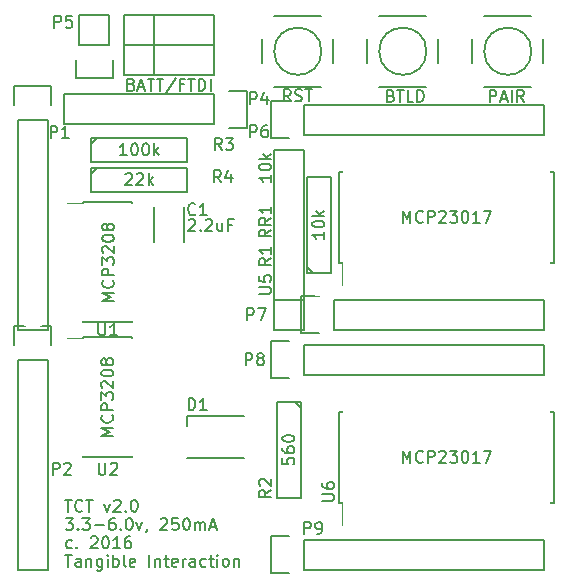
<source format=gto>
G04 #@! TF.FileFunction,Legend,Top*
%FSLAX46Y46*%
G04 Gerber Fmt 4.6, Leading zero omitted, Abs format (unit mm)*
G04 Created by KiCad (PCBNEW 4.0.2-stable) date Friday, August 05, 2016 'pmt' 08:03:55 pm*
%MOMM*%
G01*
G04 APERTURE LIST*
%ADD10C,0.100000*%
%ADD11C,0.150000*%
%ADD12R,1.797000X1.797000*%
%ADD13R,1.700000X1.700000*%
%ADD14C,1.700000*%
%ADD15R,1.700000X1.100000*%
%ADD16R,2.432000X2.127200*%
%ADD17O,2.432000X2.127200*%
%ADD18R,2.127200X2.432000*%
%ADD19O,2.127200X2.432000*%
%ADD20R,2.432000X2.432000*%
%ADD21O,2.432000X2.432000*%
%ADD22C,1.924000*%
%ADD23C,1.797000*%
%ADD24R,1.900000X1.000000*%
%ADD25R,1.000000X2.400000*%
G04 APERTURE END LIST*
D10*
D11*
X4286238Y-41640881D02*
X4857667Y-41640881D01*
X4571952Y-42640881D02*
X4571952Y-41640881D01*
X5762429Y-42545643D02*
X5714810Y-42593262D01*
X5571953Y-42640881D01*
X5476715Y-42640881D01*
X5333857Y-42593262D01*
X5238619Y-42498024D01*
X5191000Y-42402786D01*
X5143381Y-42212310D01*
X5143381Y-42069452D01*
X5191000Y-41878976D01*
X5238619Y-41783738D01*
X5333857Y-41688500D01*
X5476715Y-41640881D01*
X5571953Y-41640881D01*
X5714810Y-41688500D01*
X5762429Y-41736119D01*
X6048143Y-41640881D02*
X6619572Y-41640881D01*
X6333857Y-42640881D02*
X6333857Y-41640881D01*
X7619572Y-41974214D02*
X7857667Y-42640881D01*
X8095763Y-41974214D01*
X8429096Y-41736119D02*
X8476715Y-41688500D01*
X8571953Y-41640881D01*
X8810049Y-41640881D01*
X8905287Y-41688500D01*
X8952906Y-41736119D01*
X9000525Y-41831357D01*
X9000525Y-41926595D01*
X8952906Y-42069452D01*
X8381477Y-42640881D01*
X9000525Y-42640881D01*
X9429096Y-42545643D02*
X9476715Y-42593262D01*
X9429096Y-42640881D01*
X9381477Y-42593262D01*
X9429096Y-42545643D01*
X9429096Y-42640881D01*
X10095762Y-41640881D02*
X10191001Y-41640881D01*
X10286239Y-41688500D01*
X10333858Y-41736119D01*
X10381477Y-41831357D01*
X10429096Y-42021833D01*
X10429096Y-42259929D01*
X10381477Y-42450405D01*
X10333858Y-42545643D01*
X10286239Y-42593262D01*
X10191001Y-42640881D01*
X10095762Y-42640881D01*
X10000524Y-42593262D01*
X9952905Y-42545643D01*
X9905286Y-42450405D01*
X9857667Y-42259929D01*
X9857667Y-42021833D01*
X9905286Y-41831357D01*
X9952905Y-41736119D01*
X10000524Y-41688500D01*
X10095762Y-41640881D01*
X4333857Y-43190881D02*
X4952905Y-43190881D01*
X4619571Y-43571833D01*
X4762429Y-43571833D01*
X4857667Y-43619452D01*
X4905286Y-43667071D01*
X4952905Y-43762310D01*
X4952905Y-44000405D01*
X4905286Y-44095643D01*
X4857667Y-44143262D01*
X4762429Y-44190881D01*
X4476714Y-44190881D01*
X4381476Y-44143262D01*
X4333857Y-44095643D01*
X5381476Y-44095643D02*
X5429095Y-44143262D01*
X5381476Y-44190881D01*
X5333857Y-44143262D01*
X5381476Y-44095643D01*
X5381476Y-44190881D01*
X5762428Y-43190881D02*
X6381476Y-43190881D01*
X6048142Y-43571833D01*
X6191000Y-43571833D01*
X6286238Y-43619452D01*
X6333857Y-43667071D01*
X6381476Y-43762310D01*
X6381476Y-44000405D01*
X6333857Y-44095643D01*
X6286238Y-44143262D01*
X6191000Y-44190881D01*
X5905285Y-44190881D01*
X5810047Y-44143262D01*
X5762428Y-44095643D01*
X6810047Y-43809929D02*
X7571952Y-43809929D01*
X8476714Y-43190881D02*
X8286237Y-43190881D01*
X8190999Y-43238500D01*
X8143380Y-43286119D01*
X8048142Y-43428976D01*
X8000523Y-43619452D01*
X8000523Y-44000405D01*
X8048142Y-44095643D01*
X8095761Y-44143262D01*
X8190999Y-44190881D01*
X8381476Y-44190881D01*
X8476714Y-44143262D01*
X8524333Y-44095643D01*
X8571952Y-44000405D01*
X8571952Y-43762310D01*
X8524333Y-43667071D01*
X8476714Y-43619452D01*
X8381476Y-43571833D01*
X8190999Y-43571833D01*
X8095761Y-43619452D01*
X8048142Y-43667071D01*
X8000523Y-43762310D01*
X9000523Y-44095643D02*
X9048142Y-44143262D01*
X9000523Y-44190881D01*
X8952904Y-44143262D01*
X9000523Y-44095643D01*
X9000523Y-44190881D01*
X9667189Y-43190881D02*
X9762428Y-43190881D01*
X9857666Y-43238500D01*
X9905285Y-43286119D01*
X9952904Y-43381357D01*
X10000523Y-43571833D01*
X10000523Y-43809929D01*
X9952904Y-44000405D01*
X9905285Y-44095643D01*
X9857666Y-44143262D01*
X9762428Y-44190881D01*
X9667189Y-44190881D01*
X9571951Y-44143262D01*
X9524332Y-44095643D01*
X9476713Y-44000405D01*
X9429094Y-43809929D01*
X9429094Y-43571833D01*
X9476713Y-43381357D01*
X9524332Y-43286119D01*
X9571951Y-43238500D01*
X9667189Y-43190881D01*
X10333856Y-43524214D02*
X10571951Y-44190881D01*
X10810047Y-43524214D01*
X11238618Y-44143262D02*
X11238618Y-44190881D01*
X11190999Y-44286119D01*
X11143380Y-44333738D01*
X12381475Y-43286119D02*
X12429094Y-43238500D01*
X12524332Y-43190881D01*
X12762428Y-43190881D01*
X12857666Y-43238500D01*
X12905285Y-43286119D01*
X12952904Y-43381357D01*
X12952904Y-43476595D01*
X12905285Y-43619452D01*
X12333856Y-44190881D01*
X12952904Y-44190881D01*
X13857666Y-43190881D02*
X13381475Y-43190881D01*
X13333856Y-43667071D01*
X13381475Y-43619452D01*
X13476713Y-43571833D01*
X13714809Y-43571833D01*
X13810047Y-43619452D01*
X13857666Y-43667071D01*
X13905285Y-43762310D01*
X13905285Y-44000405D01*
X13857666Y-44095643D01*
X13810047Y-44143262D01*
X13714809Y-44190881D01*
X13476713Y-44190881D01*
X13381475Y-44143262D01*
X13333856Y-44095643D01*
X14524332Y-43190881D02*
X14619571Y-43190881D01*
X14714809Y-43238500D01*
X14762428Y-43286119D01*
X14810047Y-43381357D01*
X14857666Y-43571833D01*
X14857666Y-43809929D01*
X14810047Y-44000405D01*
X14762428Y-44095643D01*
X14714809Y-44143262D01*
X14619571Y-44190881D01*
X14524332Y-44190881D01*
X14429094Y-44143262D01*
X14381475Y-44095643D01*
X14333856Y-44000405D01*
X14286237Y-43809929D01*
X14286237Y-43571833D01*
X14333856Y-43381357D01*
X14381475Y-43286119D01*
X14429094Y-43238500D01*
X14524332Y-43190881D01*
X15286237Y-44190881D02*
X15286237Y-43524214D01*
X15286237Y-43619452D02*
X15333856Y-43571833D01*
X15429094Y-43524214D01*
X15571952Y-43524214D01*
X15667190Y-43571833D01*
X15714809Y-43667071D01*
X15714809Y-44190881D01*
X15714809Y-43667071D02*
X15762428Y-43571833D01*
X15857666Y-43524214D01*
X16000523Y-43524214D01*
X16095761Y-43571833D01*
X16143380Y-43667071D01*
X16143380Y-44190881D01*
X16571951Y-43905167D02*
X17048142Y-43905167D01*
X16476713Y-44190881D02*
X16810046Y-43190881D01*
X17143380Y-44190881D01*
X4857667Y-45693262D02*
X4762429Y-45740881D01*
X4571952Y-45740881D01*
X4476714Y-45693262D01*
X4429095Y-45645643D01*
X4381476Y-45550405D01*
X4381476Y-45264690D01*
X4429095Y-45169452D01*
X4476714Y-45121833D01*
X4571952Y-45074214D01*
X4762429Y-45074214D01*
X4857667Y-45121833D01*
X5286238Y-45645643D02*
X5333857Y-45693262D01*
X5286238Y-45740881D01*
X5238619Y-45693262D01*
X5286238Y-45645643D01*
X5286238Y-45740881D01*
X6476714Y-44836119D02*
X6524333Y-44788500D01*
X6619571Y-44740881D01*
X6857667Y-44740881D01*
X6952905Y-44788500D01*
X7000524Y-44836119D01*
X7048143Y-44931357D01*
X7048143Y-45026595D01*
X7000524Y-45169452D01*
X6429095Y-45740881D01*
X7048143Y-45740881D01*
X7667190Y-44740881D02*
X7762429Y-44740881D01*
X7857667Y-44788500D01*
X7905286Y-44836119D01*
X7952905Y-44931357D01*
X8000524Y-45121833D01*
X8000524Y-45359929D01*
X7952905Y-45550405D01*
X7905286Y-45645643D01*
X7857667Y-45693262D01*
X7762429Y-45740881D01*
X7667190Y-45740881D01*
X7571952Y-45693262D01*
X7524333Y-45645643D01*
X7476714Y-45550405D01*
X7429095Y-45359929D01*
X7429095Y-45121833D01*
X7476714Y-44931357D01*
X7524333Y-44836119D01*
X7571952Y-44788500D01*
X7667190Y-44740881D01*
X8952905Y-45740881D02*
X8381476Y-45740881D01*
X8667190Y-45740881D02*
X8667190Y-44740881D01*
X8571952Y-44883738D01*
X8476714Y-44978976D01*
X8381476Y-45026595D01*
X9810048Y-44740881D02*
X9619571Y-44740881D01*
X9524333Y-44788500D01*
X9476714Y-44836119D01*
X9381476Y-44978976D01*
X9333857Y-45169452D01*
X9333857Y-45550405D01*
X9381476Y-45645643D01*
X9429095Y-45693262D01*
X9524333Y-45740881D01*
X9714810Y-45740881D01*
X9810048Y-45693262D01*
X9857667Y-45645643D01*
X9905286Y-45550405D01*
X9905286Y-45312310D01*
X9857667Y-45217071D01*
X9810048Y-45169452D01*
X9714810Y-45121833D01*
X9524333Y-45121833D01*
X9429095Y-45169452D01*
X9381476Y-45217071D01*
X9333857Y-45312310D01*
X4286238Y-46290881D02*
X4857667Y-46290881D01*
X4571952Y-47290881D02*
X4571952Y-46290881D01*
X5619572Y-47290881D02*
X5619572Y-46767071D01*
X5571953Y-46671833D01*
X5476715Y-46624214D01*
X5286238Y-46624214D01*
X5191000Y-46671833D01*
X5619572Y-47243262D02*
X5524334Y-47290881D01*
X5286238Y-47290881D01*
X5191000Y-47243262D01*
X5143381Y-47148024D01*
X5143381Y-47052786D01*
X5191000Y-46957548D01*
X5286238Y-46909929D01*
X5524334Y-46909929D01*
X5619572Y-46862310D01*
X6095762Y-46624214D02*
X6095762Y-47290881D01*
X6095762Y-46719452D02*
X6143381Y-46671833D01*
X6238619Y-46624214D01*
X6381477Y-46624214D01*
X6476715Y-46671833D01*
X6524334Y-46767071D01*
X6524334Y-47290881D01*
X7429096Y-46624214D02*
X7429096Y-47433738D01*
X7381477Y-47528976D01*
X7333858Y-47576595D01*
X7238619Y-47624214D01*
X7095762Y-47624214D01*
X7000524Y-47576595D01*
X7429096Y-47243262D02*
X7333858Y-47290881D01*
X7143381Y-47290881D01*
X7048143Y-47243262D01*
X7000524Y-47195643D01*
X6952905Y-47100405D01*
X6952905Y-46814690D01*
X7000524Y-46719452D01*
X7048143Y-46671833D01*
X7143381Y-46624214D01*
X7333858Y-46624214D01*
X7429096Y-46671833D01*
X7905286Y-47290881D02*
X7905286Y-46624214D01*
X7905286Y-46290881D02*
X7857667Y-46338500D01*
X7905286Y-46386119D01*
X7952905Y-46338500D01*
X7905286Y-46290881D01*
X7905286Y-46386119D01*
X8381476Y-47290881D02*
X8381476Y-46290881D01*
X8381476Y-46671833D02*
X8476714Y-46624214D01*
X8667191Y-46624214D01*
X8762429Y-46671833D01*
X8810048Y-46719452D01*
X8857667Y-46814690D01*
X8857667Y-47100405D01*
X8810048Y-47195643D01*
X8762429Y-47243262D01*
X8667191Y-47290881D01*
X8476714Y-47290881D01*
X8381476Y-47243262D01*
X9429095Y-47290881D02*
X9333857Y-47243262D01*
X9286238Y-47148024D01*
X9286238Y-46290881D01*
X10191001Y-47243262D02*
X10095763Y-47290881D01*
X9905286Y-47290881D01*
X9810048Y-47243262D01*
X9762429Y-47148024D01*
X9762429Y-46767071D01*
X9810048Y-46671833D01*
X9905286Y-46624214D01*
X10095763Y-46624214D01*
X10191001Y-46671833D01*
X10238620Y-46767071D01*
X10238620Y-46862310D01*
X9762429Y-46957548D01*
X11429096Y-47290881D02*
X11429096Y-46290881D01*
X11905286Y-46624214D02*
X11905286Y-47290881D01*
X11905286Y-46719452D02*
X11952905Y-46671833D01*
X12048143Y-46624214D01*
X12191001Y-46624214D01*
X12286239Y-46671833D01*
X12333858Y-46767071D01*
X12333858Y-47290881D01*
X12667191Y-46624214D02*
X13048143Y-46624214D01*
X12810048Y-46290881D02*
X12810048Y-47148024D01*
X12857667Y-47243262D01*
X12952905Y-47290881D01*
X13048143Y-47290881D01*
X13762430Y-47243262D02*
X13667192Y-47290881D01*
X13476715Y-47290881D01*
X13381477Y-47243262D01*
X13333858Y-47148024D01*
X13333858Y-46767071D01*
X13381477Y-46671833D01*
X13476715Y-46624214D01*
X13667192Y-46624214D01*
X13762430Y-46671833D01*
X13810049Y-46767071D01*
X13810049Y-46862310D01*
X13333858Y-46957548D01*
X14238620Y-47290881D02*
X14238620Y-46624214D01*
X14238620Y-46814690D02*
X14286239Y-46719452D01*
X14333858Y-46671833D01*
X14429096Y-46624214D01*
X14524335Y-46624214D01*
X15286240Y-47290881D02*
X15286240Y-46767071D01*
X15238621Y-46671833D01*
X15143383Y-46624214D01*
X14952906Y-46624214D01*
X14857668Y-46671833D01*
X15286240Y-47243262D02*
X15191002Y-47290881D01*
X14952906Y-47290881D01*
X14857668Y-47243262D01*
X14810049Y-47148024D01*
X14810049Y-47052786D01*
X14857668Y-46957548D01*
X14952906Y-46909929D01*
X15191002Y-46909929D01*
X15286240Y-46862310D01*
X16191002Y-47243262D02*
X16095764Y-47290881D01*
X15905287Y-47290881D01*
X15810049Y-47243262D01*
X15762430Y-47195643D01*
X15714811Y-47100405D01*
X15714811Y-46814690D01*
X15762430Y-46719452D01*
X15810049Y-46671833D01*
X15905287Y-46624214D01*
X16095764Y-46624214D01*
X16191002Y-46671833D01*
X16476716Y-46624214D02*
X16857668Y-46624214D01*
X16619573Y-46290881D02*
X16619573Y-47148024D01*
X16667192Y-47243262D01*
X16762430Y-47290881D01*
X16857668Y-47290881D01*
X17191002Y-47290881D02*
X17191002Y-46624214D01*
X17191002Y-46290881D02*
X17143383Y-46338500D01*
X17191002Y-46386119D01*
X17238621Y-46338500D01*
X17191002Y-46290881D01*
X17191002Y-46386119D01*
X17810049Y-47290881D02*
X17714811Y-47243262D01*
X17667192Y-47195643D01*
X17619573Y-47100405D01*
X17619573Y-46814690D01*
X17667192Y-46719452D01*
X17714811Y-46671833D01*
X17810049Y-46624214D01*
X17952907Y-46624214D01*
X18048145Y-46671833D01*
X18095764Y-46719452D01*
X18143383Y-46814690D01*
X18143383Y-47100405D01*
X18095764Y-47195643D01*
X18048145Y-47243262D01*
X17952907Y-47290881D01*
X17810049Y-47290881D01*
X18571954Y-46624214D02*
X18571954Y-47290881D01*
X18571954Y-46719452D02*
X18619573Y-46671833D01*
X18714811Y-46624214D01*
X18857669Y-46624214D01*
X18952907Y-46671833D01*
X19000526Y-46767071D01*
X19000526Y-47290881D01*
X9296400Y-5651500D02*
X9296400Y-3111500D01*
X9296400Y-3111500D02*
X16916400Y-3111500D01*
X16916400Y-3111500D02*
X16916400Y-5651500D01*
X16916400Y-5651500D02*
X9296400Y-5651500D01*
X11836400Y-3111500D02*
X11836400Y-5651500D01*
X11831000Y-19831500D02*
X11831000Y-16831500D01*
X14331000Y-16831500D02*
X14331000Y-19831500D01*
X14569000Y-34501500D02*
X14569000Y-35401500D01*
X14569000Y-38101500D02*
X19469000Y-38101500D01*
X19469000Y-34501500D02*
X14569000Y-34501500D01*
X279400Y-9461500D02*
X279400Y-27241500D01*
X279400Y-27241500D02*
X2819400Y-27241500D01*
X2819400Y-27241500D02*
X2819400Y-9461500D01*
X-600Y-6641500D02*
X-600Y-8191500D01*
X279400Y-9461500D02*
X2819400Y-9461500D01*
X3099400Y-8191500D02*
X3099400Y-6641500D01*
X3099400Y-6641500D02*
X-600Y-6641500D01*
X279400Y-29781500D02*
X279400Y-47561500D01*
X279400Y-47561500D02*
X2819400Y-47561500D01*
X2819400Y-47561500D02*
X2819400Y-29781500D01*
X-600Y-26961500D02*
X-600Y-28511500D01*
X279400Y-29781500D02*
X2819400Y-29781500D01*
X3099400Y-28511500D02*
X3099400Y-26961500D01*
X3099400Y-26961500D02*
X-600Y-26961500D01*
X16891000Y-9842500D02*
X4191000Y-9842500D01*
X4191000Y-9842500D02*
X4191000Y-7302500D01*
X4191000Y-7302500D02*
X16891000Y-7302500D01*
X19711000Y-10122500D02*
X18161000Y-10122500D01*
X16891000Y-9842500D02*
X16891000Y-7302500D01*
X18161000Y-7022500D02*
X19711000Y-7022500D01*
X19711000Y-7022500D02*
X19711000Y-10122500D01*
X8306400Y-5931500D02*
X8306400Y-4381500D01*
X8026400Y-571500D02*
X8026400Y-3111500D01*
X8026400Y-3111500D02*
X5486400Y-3111500D01*
X5206400Y-4381500D02*
X5206400Y-5931500D01*
X5206400Y-5931500D02*
X8306400Y-5931500D01*
X5486400Y-3111500D02*
X5486400Y-571500D01*
X5486400Y-571500D02*
X8026400Y-571500D01*
X24511000Y-10731500D02*
X44831000Y-10731500D01*
X44831000Y-10731500D02*
X44831000Y-8191500D01*
X44831000Y-8191500D02*
X24511000Y-8191500D01*
X21691000Y-11011500D02*
X23241000Y-11011500D01*
X24511000Y-10731500D02*
X24511000Y-8191500D01*
X23241000Y-7911500D02*
X21691000Y-7911500D01*
X21691000Y-7911500D02*
X21691000Y-11011500D01*
X27051000Y-27241500D02*
X44831000Y-27241500D01*
X44831000Y-27241500D02*
X44831000Y-24701500D01*
X44831000Y-24701500D02*
X27051000Y-24701500D01*
X24231000Y-27521500D02*
X25781000Y-27521500D01*
X27051000Y-27241500D02*
X27051000Y-24701500D01*
X25781000Y-24421500D02*
X24231000Y-24421500D01*
X24231000Y-24421500D02*
X24231000Y-27521500D01*
X24511000Y-31051500D02*
X44831000Y-31051500D01*
X44831000Y-31051500D02*
X44831000Y-28511500D01*
X44831000Y-28511500D02*
X24511000Y-28511500D01*
X21691000Y-31331500D02*
X23241000Y-31331500D01*
X24511000Y-31051500D02*
X24511000Y-28511500D01*
X23241000Y-28231500D02*
X21691000Y-28231500D01*
X21691000Y-28231500D02*
X21691000Y-31331500D01*
X24511000Y-47561500D02*
X44831000Y-47561500D01*
X44831000Y-47561500D02*
X44831000Y-45021500D01*
X44831000Y-45021500D02*
X24511000Y-45021500D01*
X21691000Y-47841500D02*
X23241000Y-47841500D01*
X24511000Y-47561500D02*
X24511000Y-45021500D01*
X23241000Y-44741500D02*
X21691000Y-44741500D01*
X21691000Y-44741500D02*
X21691000Y-47841500D01*
X25781000Y-23431500D02*
X25781000Y-22415500D01*
X25781000Y-22415500D02*
X24765000Y-22415500D01*
X24765000Y-22415500D02*
X24765000Y-14287500D01*
X24765000Y-14287500D02*
X26797000Y-14287500D01*
X26797000Y-14287500D02*
X26797000Y-22415500D01*
X26797000Y-22415500D02*
X25781000Y-22415500D01*
X25273000Y-22415500D02*
X24765000Y-21907500D01*
X25781000Y-13271500D02*
X25781000Y-14287500D01*
X23241000Y-32321500D02*
X23241000Y-33337500D01*
X23241000Y-33337500D02*
X24257000Y-33337500D01*
X24257000Y-33337500D02*
X24257000Y-41465500D01*
X24257000Y-41465500D02*
X22225000Y-41465500D01*
X22225000Y-41465500D02*
X22225000Y-33337500D01*
X22225000Y-33337500D02*
X23241000Y-33337500D01*
X23749000Y-33337500D02*
X24257000Y-33845500D01*
X23241000Y-42481500D02*
X23241000Y-41465500D01*
X5486400Y-12001500D02*
X6502400Y-12001500D01*
X6502400Y-12001500D02*
X6502400Y-10985500D01*
X6502400Y-10985500D02*
X14630400Y-10985500D01*
X14630400Y-10985500D02*
X14630400Y-13017500D01*
X14630400Y-13017500D02*
X6502400Y-13017500D01*
X6502400Y-13017500D02*
X6502400Y-12001500D01*
X6502400Y-11493500D02*
X7010400Y-10985500D01*
X15646400Y-12001500D02*
X14630400Y-12001500D01*
X5486400Y-14541500D02*
X6502400Y-14541500D01*
X6502400Y-14541500D02*
X6502400Y-13525500D01*
X6502400Y-13525500D02*
X14630400Y-13525500D01*
X14630400Y-13525500D02*
X14630400Y-15557500D01*
X14630400Y-15557500D02*
X6502400Y-15557500D01*
X6502400Y-15557500D02*
X6502400Y-14541500D01*
X6502400Y-14033500D02*
X7010400Y-13525500D01*
X15646400Y-14541500D02*
X14630400Y-14541500D01*
X21971000Y-12001500D02*
X24511000Y-12001500D01*
X24511000Y-12001500D02*
X24511000Y-27241500D01*
X24511000Y-27241500D02*
X21971000Y-27241500D01*
X21971000Y-12001500D02*
X21971000Y-27241500D01*
X21971000Y-24701500D02*
X24511000Y-24701500D01*
X9296400Y-3111500D02*
X9296400Y-571500D01*
X9296400Y-571500D02*
X16916400Y-571500D01*
X16916400Y-571500D02*
X16916400Y-3111500D01*
X16916400Y-3111500D02*
X9296400Y-3111500D01*
X11836400Y-571500D02*
X11836400Y-3111500D01*
X5791400Y-16451500D02*
X5791400Y-16556500D01*
X9941400Y-16451500D02*
X9941400Y-16556500D01*
X9941400Y-26601500D02*
X9941400Y-26496500D01*
X5791400Y-26601500D02*
X5791400Y-26496500D01*
X5791400Y-16451500D02*
X9941400Y-16451500D01*
X5791400Y-26601500D02*
X9941400Y-26601500D01*
X5791400Y-16556500D02*
X4416400Y-16556500D01*
X5824400Y-27881500D02*
X5824400Y-27986500D01*
X9974400Y-27881500D02*
X9974400Y-27986500D01*
X9974400Y-38031500D02*
X9974400Y-37926500D01*
X5824400Y-38031500D02*
X5824400Y-37926500D01*
X5824400Y-27881500D02*
X9974400Y-27881500D01*
X5824400Y-38031500D02*
X9974400Y-38031500D01*
X5824400Y-27986500D02*
X4449400Y-27986500D01*
X27451000Y-21591500D02*
X27796000Y-21591500D01*
X27451000Y-13841500D02*
X27796000Y-13841500D01*
X45701000Y-13841500D02*
X45356000Y-13841500D01*
X45701000Y-21591500D02*
X45356000Y-21591500D01*
X27451000Y-21591500D02*
X27451000Y-13841500D01*
X45701000Y-21591500D02*
X45701000Y-13841500D01*
X27796000Y-21591500D02*
X27796000Y-23416500D01*
X27451000Y-41911500D02*
X27796000Y-41911500D01*
X27451000Y-34161500D02*
X27796000Y-34161500D01*
X45701000Y-34161500D02*
X45356000Y-34161500D01*
X45701000Y-41911500D02*
X45356000Y-41911500D01*
X27451000Y-41911500D02*
X27451000Y-34161500D01*
X45701000Y-41911500D02*
X45701000Y-34161500D01*
X27796000Y-41911500D02*
X27796000Y-43736500D01*
X34881500Y-3655500D02*
G75*
G03X34881500Y-3655500I-2000000J0D01*
G01*
X30881500Y-655500D02*
X34881500Y-655500D01*
X35881500Y-2655500D02*
X35881500Y-4655500D01*
X34881500Y-6655500D02*
X30881500Y-6655500D01*
X29881500Y-2655500D02*
X29881500Y-4655500D01*
X43771500Y-3655500D02*
G75*
G03X43771500Y-3655500I-2000000J0D01*
G01*
X39771500Y-655500D02*
X43771500Y-655500D01*
X44771500Y-2655500D02*
X44771500Y-4655500D01*
X43771500Y-6655500D02*
X39771500Y-6655500D01*
X38771500Y-2655500D02*
X38771500Y-4655500D01*
X25991500Y-3655500D02*
G75*
G03X25991500Y-3655500I-2000000J0D01*
G01*
X21991500Y-655500D02*
X25991500Y-655500D01*
X26991500Y-2655500D02*
X26991500Y-4655500D01*
X25991500Y-6655500D02*
X21991500Y-6655500D01*
X20991500Y-2655500D02*
X20991500Y-4655500D01*
X9890524Y-6469071D02*
X10033381Y-6516690D01*
X10081000Y-6564310D01*
X10128619Y-6659548D01*
X10128619Y-6802405D01*
X10081000Y-6897643D01*
X10033381Y-6945262D01*
X9938143Y-6992881D01*
X9557190Y-6992881D01*
X9557190Y-5992881D01*
X9890524Y-5992881D01*
X9985762Y-6040500D01*
X10033381Y-6088119D01*
X10081000Y-6183357D01*
X10081000Y-6278595D01*
X10033381Y-6373833D01*
X9985762Y-6421452D01*
X9890524Y-6469071D01*
X9557190Y-6469071D01*
X10509571Y-6707167D02*
X10985762Y-6707167D01*
X10414333Y-6992881D02*
X10747666Y-5992881D01*
X11081000Y-6992881D01*
X11271476Y-5992881D02*
X11842905Y-5992881D01*
X11557190Y-6992881D02*
X11557190Y-5992881D01*
X12033381Y-5992881D02*
X12604810Y-5992881D01*
X12319095Y-6992881D02*
X12319095Y-5992881D01*
X13652429Y-5945262D02*
X12795286Y-7230976D01*
X14319096Y-6469071D02*
X13985762Y-6469071D01*
X13985762Y-6992881D02*
X13985762Y-5992881D01*
X14461953Y-5992881D01*
X14700048Y-5992881D02*
X15271477Y-5992881D01*
X14985762Y-6992881D02*
X14985762Y-5992881D01*
X15604810Y-6992881D02*
X15604810Y-5992881D01*
X15842905Y-5992881D01*
X15985763Y-6040500D01*
X16081001Y-6135738D01*
X16128620Y-6230976D01*
X16176239Y-6421452D01*
X16176239Y-6564310D01*
X16128620Y-6754786D01*
X16081001Y-6850024D01*
X15985763Y-6945262D01*
X15842905Y-6992881D01*
X15604810Y-6992881D01*
X16604810Y-6992881D02*
X16604810Y-5992881D01*
X15327334Y-17438643D02*
X15279715Y-17486262D01*
X15136858Y-17533881D01*
X15041620Y-17533881D01*
X14898762Y-17486262D01*
X14803524Y-17391024D01*
X14755905Y-17295786D01*
X14708286Y-17105310D01*
X14708286Y-16962452D01*
X14755905Y-16771976D01*
X14803524Y-16676738D01*
X14898762Y-16581500D01*
X15041620Y-16533881D01*
X15136858Y-16533881D01*
X15279715Y-16581500D01*
X15327334Y-16629119D01*
X16279715Y-17533881D02*
X15708286Y-17533881D01*
X15994000Y-17533881D02*
X15994000Y-16533881D01*
X15898762Y-16676738D01*
X15803524Y-16771976D01*
X15708286Y-16819595D01*
X14756048Y-17962619D02*
X14803667Y-17915000D01*
X14898905Y-17867381D01*
X15137001Y-17867381D01*
X15232239Y-17915000D01*
X15279858Y-17962619D01*
X15327477Y-18057857D01*
X15327477Y-18153095D01*
X15279858Y-18295952D01*
X14708429Y-18867381D01*
X15327477Y-18867381D01*
X15756048Y-18772143D02*
X15803667Y-18819762D01*
X15756048Y-18867381D01*
X15708429Y-18819762D01*
X15756048Y-18772143D01*
X15756048Y-18867381D01*
X16184619Y-17962619D02*
X16232238Y-17915000D01*
X16327476Y-17867381D01*
X16565572Y-17867381D01*
X16660810Y-17915000D01*
X16708429Y-17962619D01*
X16756048Y-18057857D01*
X16756048Y-18153095D01*
X16708429Y-18295952D01*
X16137000Y-18867381D01*
X16756048Y-18867381D01*
X17613191Y-18200714D02*
X17613191Y-18867381D01*
X17184619Y-18200714D02*
X17184619Y-18724524D01*
X17232238Y-18819762D01*
X17327476Y-18867381D01*
X17470334Y-18867381D01*
X17565572Y-18819762D01*
X17613191Y-18772143D01*
X18422715Y-18343571D02*
X18089381Y-18343571D01*
X18089381Y-18867381D02*
X18089381Y-17867381D01*
X18565572Y-17867381D01*
X14755905Y-34043881D02*
X14755905Y-33043881D01*
X14994000Y-33043881D01*
X15136858Y-33091500D01*
X15232096Y-33186738D01*
X15279715Y-33281976D01*
X15327334Y-33472452D01*
X15327334Y-33615310D01*
X15279715Y-33805786D01*
X15232096Y-33901024D01*
X15136858Y-33996262D01*
X14994000Y-34043881D01*
X14755905Y-34043881D01*
X16279715Y-34043881D02*
X15708286Y-34043881D01*
X15994000Y-34043881D02*
X15994000Y-33043881D01*
X15898762Y-33186738D01*
X15803524Y-33281976D01*
X15708286Y-33329595D01*
X3071905Y-10993381D02*
X3071905Y-9993381D01*
X3452858Y-9993381D01*
X3548096Y-10041000D01*
X3595715Y-10088619D01*
X3643334Y-10183857D01*
X3643334Y-10326714D01*
X3595715Y-10421952D01*
X3548096Y-10469571D01*
X3452858Y-10517190D01*
X3071905Y-10517190D01*
X4595715Y-10993381D02*
X4024286Y-10993381D01*
X4310000Y-10993381D02*
X4310000Y-9993381D01*
X4214762Y-10136238D01*
X4119524Y-10231476D01*
X4024286Y-10279095D01*
X3262405Y-39504881D02*
X3262405Y-38504881D01*
X3643358Y-38504881D01*
X3738596Y-38552500D01*
X3786215Y-38600119D01*
X3833834Y-38695357D01*
X3833834Y-38838214D01*
X3786215Y-38933452D01*
X3738596Y-38981071D01*
X3643358Y-39028690D01*
X3262405Y-39028690D01*
X4214786Y-38600119D02*
X4262405Y-38552500D01*
X4357643Y-38504881D01*
X4595739Y-38504881D01*
X4690977Y-38552500D01*
X4738596Y-38600119D01*
X4786215Y-38695357D01*
X4786215Y-38790595D01*
X4738596Y-38933452D01*
X4167167Y-39504881D01*
X4786215Y-39504881D01*
X19962905Y-8135881D02*
X19962905Y-7135881D01*
X20343858Y-7135881D01*
X20439096Y-7183500D01*
X20486715Y-7231119D01*
X20534334Y-7326357D01*
X20534334Y-7469214D01*
X20486715Y-7564452D01*
X20439096Y-7612071D01*
X20343858Y-7659690D01*
X19962905Y-7659690D01*
X21391477Y-7469214D02*
X21391477Y-8135881D01*
X21153381Y-7088262D02*
X20915286Y-7802548D01*
X21534334Y-7802548D01*
X3389405Y-1658881D02*
X3389405Y-658881D01*
X3770358Y-658881D01*
X3865596Y-706500D01*
X3913215Y-754119D01*
X3960834Y-849357D01*
X3960834Y-992214D01*
X3913215Y-1087452D01*
X3865596Y-1135071D01*
X3770358Y-1182690D01*
X3389405Y-1182690D01*
X4865596Y-658881D02*
X4389405Y-658881D01*
X4341786Y-1135071D01*
X4389405Y-1087452D01*
X4484643Y-1039833D01*
X4722739Y-1039833D01*
X4817977Y-1087452D01*
X4865596Y-1135071D01*
X4913215Y-1230310D01*
X4913215Y-1468405D01*
X4865596Y-1563643D01*
X4817977Y-1611262D01*
X4722739Y-1658881D01*
X4484643Y-1658881D01*
X4389405Y-1611262D01*
X4341786Y-1563643D01*
X19962905Y-10929881D02*
X19962905Y-9929881D01*
X20343858Y-9929881D01*
X20439096Y-9977500D01*
X20486715Y-10025119D01*
X20534334Y-10120357D01*
X20534334Y-10263214D01*
X20486715Y-10358452D01*
X20439096Y-10406071D01*
X20343858Y-10453690D01*
X19962905Y-10453690D01*
X21391477Y-9929881D02*
X21201000Y-9929881D01*
X21105762Y-9977500D01*
X21058143Y-10025119D01*
X20962905Y-10167976D01*
X20915286Y-10358452D01*
X20915286Y-10739405D01*
X20962905Y-10834643D01*
X21010524Y-10882262D01*
X21105762Y-10929881D01*
X21296239Y-10929881D01*
X21391477Y-10882262D01*
X21439096Y-10834643D01*
X21486715Y-10739405D01*
X21486715Y-10501310D01*
X21439096Y-10406071D01*
X21391477Y-10358452D01*
X21296239Y-10310833D01*
X21105762Y-10310833D01*
X21010524Y-10358452D01*
X20962905Y-10406071D01*
X20915286Y-10501310D01*
X19708905Y-26423881D02*
X19708905Y-25423881D01*
X20089858Y-25423881D01*
X20185096Y-25471500D01*
X20232715Y-25519119D01*
X20280334Y-25614357D01*
X20280334Y-25757214D01*
X20232715Y-25852452D01*
X20185096Y-25900071D01*
X20089858Y-25947690D01*
X19708905Y-25947690D01*
X20613667Y-25423881D02*
X21280334Y-25423881D01*
X20851762Y-26423881D01*
X19581905Y-30233881D02*
X19581905Y-29233881D01*
X19962858Y-29233881D01*
X20058096Y-29281500D01*
X20105715Y-29329119D01*
X20153334Y-29424357D01*
X20153334Y-29567214D01*
X20105715Y-29662452D01*
X20058096Y-29710071D01*
X19962858Y-29757690D01*
X19581905Y-29757690D01*
X20724762Y-29662452D02*
X20629524Y-29614833D01*
X20581905Y-29567214D01*
X20534286Y-29471976D01*
X20534286Y-29424357D01*
X20581905Y-29329119D01*
X20629524Y-29281500D01*
X20724762Y-29233881D01*
X20915239Y-29233881D01*
X21010477Y-29281500D01*
X21058096Y-29329119D01*
X21105715Y-29424357D01*
X21105715Y-29471976D01*
X21058096Y-29567214D01*
X21010477Y-29614833D01*
X20915239Y-29662452D01*
X20724762Y-29662452D01*
X20629524Y-29710071D01*
X20581905Y-29757690D01*
X20534286Y-29852929D01*
X20534286Y-30043405D01*
X20581905Y-30138643D01*
X20629524Y-30186262D01*
X20724762Y-30233881D01*
X20915239Y-30233881D01*
X21010477Y-30186262D01*
X21058096Y-30138643D01*
X21105715Y-30043405D01*
X21105715Y-29852929D01*
X21058096Y-29757690D01*
X21010477Y-29710071D01*
X20915239Y-29662452D01*
X24534905Y-44521381D02*
X24534905Y-43521381D01*
X24915858Y-43521381D01*
X25011096Y-43569000D01*
X25058715Y-43616619D01*
X25106334Y-43711857D01*
X25106334Y-43854714D01*
X25058715Y-43949952D01*
X25011096Y-43997571D01*
X24915858Y-44045190D01*
X24534905Y-44045190D01*
X25582524Y-44521381D02*
X25773000Y-44521381D01*
X25868239Y-44473762D01*
X25915858Y-44426143D01*
X26011096Y-44283286D01*
X26058715Y-44092810D01*
X26058715Y-43711857D01*
X26011096Y-43616619D01*
X25963477Y-43569000D01*
X25868239Y-43521381D01*
X25677762Y-43521381D01*
X25582524Y-43569000D01*
X25534905Y-43616619D01*
X25487286Y-43711857D01*
X25487286Y-43949952D01*
X25534905Y-44045190D01*
X25582524Y-44092810D01*
X25677762Y-44140429D01*
X25868239Y-44140429D01*
X25963477Y-44092810D01*
X26011096Y-44045190D01*
X26058715Y-43949952D01*
X21724881Y-21185166D02*
X21248690Y-21518500D01*
X21724881Y-21756595D02*
X20724881Y-21756595D01*
X20724881Y-21375642D01*
X20772500Y-21280404D01*
X20820119Y-21232785D01*
X20915357Y-21185166D01*
X21058214Y-21185166D01*
X21153452Y-21232785D01*
X21201071Y-21280404D01*
X21248690Y-21375642D01*
X21248690Y-21756595D01*
X21724881Y-20232785D02*
X21724881Y-20804214D01*
X21724881Y-20518500D02*
X20724881Y-20518500D01*
X20867738Y-20613738D01*
X20962976Y-20708976D01*
X21010595Y-20804214D01*
X26233381Y-18946738D02*
X26233381Y-19518167D01*
X26233381Y-19232453D02*
X25233381Y-19232453D01*
X25376238Y-19327691D01*
X25471476Y-19422929D01*
X25519095Y-19518167D01*
X25233381Y-18327691D02*
X25233381Y-18232452D01*
X25281000Y-18137214D01*
X25328619Y-18089595D01*
X25423857Y-18041976D01*
X25614333Y-17994357D01*
X25852429Y-17994357D01*
X26042905Y-18041976D01*
X26138143Y-18089595D01*
X26185762Y-18137214D01*
X26233381Y-18232452D01*
X26233381Y-18327691D01*
X26185762Y-18422929D01*
X26138143Y-18470548D01*
X26042905Y-18518167D01*
X25852429Y-18565786D01*
X25614333Y-18565786D01*
X25423857Y-18518167D01*
X25328619Y-18470548D01*
X25281000Y-18422929D01*
X25233381Y-18327691D01*
X26233381Y-17565786D02*
X25233381Y-17565786D01*
X25852429Y-17470548D02*
X26233381Y-17184833D01*
X25566714Y-17184833D02*
X25947667Y-17565786D01*
X21724881Y-40806666D02*
X21248690Y-41140000D01*
X21724881Y-41378095D02*
X20724881Y-41378095D01*
X20724881Y-40997142D01*
X20772500Y-40901904D01*
X20820119Y-40854285D01*
X20915357Y-40806666D01*
X21058214Y-40806666D01*
X21153452Y-40854285D01*
X21201071Y-40901904D01*
X21248690Y-40997142D01*
X21248690Y-41378095D01*
X20820119Y-40425714D02*
X20772500Y-40378095D01*
X20724881Y-40282857D01*
X20724881Y-40044761D01*
X20772500Y-39949523D01*
X20820119Y-39901904D01*
X20915357Y-39854285D01*
X21010595Y-39854285D01*
X21153452Y-39901904D01*
X21724881Y-40473333D01*
X21724881Y-39854285D01*
X22693381Y-38115785D02*
X22693381Y-38591976D01*
X23169571Y-38639595D01*
X23121952Y-38591976D01*
X23074333Y-38496738D01*
X23074333Y-38258642D01*
X23121952Y-38163404D01*
X23169571Y-38115785D01*
X23264810Y-38068166D01*
X23502905Y-38068166D01*
X23598143Y-38115785D01*
X23645762Y-38163404D01*
X23693381Y-38258642D01*
X23693381Y-38496738D01*
X23645762Y-38591976D01*
X23598143Y-38639595D01*
X22693381Y-37211023D02*
X22693381Y-37401500D01*
X22741000Y-37496738D01*
X22788619Y-37544357D01*
X22931476Y-37639595D01*
X23121952Y-37687214D01*
X23502905Y-37687214D01*
X23598143Y-37639595D01*
X23645762Y-37591976D01*
X23693381Y-37496738D01*
X23693381Y-37306261D01*
X23645762Y-37211023D01*
X23598143Y-37163404D01*
X23502905Y-37115785D01*
X23264810Y-37115785D01*
X23169571Y-37163404D01*
X23121952Y-37211023D01*
X23074333Y-37306261D01*
X23074333Y-37496738D01*
X23121952Y-37591976D01*
X23169571Y-37639595D01*
X23264810Y-37687214D01*
X22693381Y-36496738D02*
X22693381Y-36401499D01*
X22741000Y-36306261D01*
X22788619Y-36258642D01*
X22883857Y-36211023D01*
X23074333Y-36163404D01*
X23312429Y-36163404D01*
X23502905Y-36211023D01*
X23598143Y-36258642D01*
X23645762Y-36306261D01*
X23693381Y-36401499D01*
X23693381Y-36496738D01*
X23645762Y-36591976D01*
X23598143Y-36639595D01*
X23502905Y-36687214D01*
X23312429Y-36734833D01*
X23074333Y-36734833D01*
X22883857Y-36687214D01*
X22788619Y-36639595D01*
X22741000Y-36591976D01*
X22693381Y-36496738D01*
X17549834Y-12009381D02*
X17216500Y-11533190D01*
X16978405Y-12009381D02*
X16978405Y-11009381D01*
X17359358Y-11009381D01*
X17454596Y-11057000D01*
X17502215Y-11104619D01*
X17549834Y-11199857D01*
X17549834Y-11342714D01*
X17502215Y-11437952D01*
X17454596Y-11485571D01*
X17359358Y-11533190D01*
X16978405Y-11533190D01*
X17883167Y-11009381D02*
X18502215Y-11009381D01*
X18168881Y-11390333D01*
X18311739Y-11390333D01*
X18406977Y-11437952D01*
X18454596Y-11485571D01*
X18502215Y-11580810D01*
X18502215Y-11818905D01*
X18454596Y-11914143D01*
X18406977Y-11961762D01*
X18311739Y-12009381D01*
X18026024Y-12009381D01*
X17930786Y-11961762D01*
X17883167Y-11914143D01*
X9494972Y-12453881D02*
X8923543Y-12453881D01*
X9209257Y-12453881D02*
X9209257Y-11453881D01*
X9114019Y-11596738D01*
X9018781Y-11691976D01*
X8923543Y-11739595D01*
X10114019Y-11453881D02*
X10209258Y-11453881D01*
X10304496Y-11501500D01*
X10352115Y-11549119D01*
X10399734Y-11644357D01*
X10447353Y-11834833D01*
X10447353Y-12072929D01*
X10399734Y-12263405D01*
X10352115Y-12358643D01*
X10304496Y-12406262D01*
X10209258Y-12453881D01*
X10114019Y-12453881D01*
X10018781Y-12406262D01*
X9971162Y-12358643D01*
X9923543Y-12263405D01*
X9875924Y-12072929D01*
X9875924Y-11834833D01*
X9923543Y-11644357D01*
X9971162Y-11549119D01*
X10018781Y-11501500D01*
X10114019Y-11453881D01*
X11066400Y-11453881D02*
X11161639Y-11453881D01*
X11256877Y-11501500D01*
X11304496Y-11549119D01*
X11352115Y-11644357D01*
X11399734Y-11834833D01*
X11399734Y-12072929D01*
X11352115Y-12263405D01*
X11304496Y-12358643D01*
X11256877Y-12406262D01*
X11161639Y-12453881D01*
X11066400Y-12453881D01*
X10971162Y-12406262D01*
X10923543Y-12358643D01*
X10875924Y-12263405D01*
X10828305Y-12072929D01*
X10828305Y-11834833D01*
X10875924Y-11644357D01*
X10923543Y-11549119D01*
X10971162Y-11501500D01*
X11066400Y-11453881D01*
X11828305Y-12453881D02*
X11828305Y-11453881D01*
X11923543Y-12072929D02*
X12209258Y-12453881D01*
X12209258Y-11787214D02*
X11828305Y-12168167D01*
X17486334Y-14739881D02*
X17153000Y-14263690D01*
X16914905Y-14739881D02*
X16914905Y-13739881D01*
X17295858Y-13739881D01*
X17391096Y-13787500D01*
X17438715Y-13835119D01*
X17486334Y-13930357D01*
X17486334Y-14073214D01*
X17438715Y-14168452D01*
X17391096Y-14216071D01*
X17295858Y-14263690D01*
X16914905Y-14263690D01*
X18343477Y-14073214D02*
X18343477Y-14739881D01*
X18105381Y-13692262D02*
X17867286Y-14406548D01*
X18486334Y-14406548D01*
X9399733Y-14089119D02*
X9447352Y-14041500D01*
X9542590Y-13993881D01*
X9780686Y-13993881D01*
X9875924Y-14041500D01*
X9923543Y-14089119D01*
X9971162Y-14184357D01*
X9971162Y-14279595D01*
X9923543Y-14422452D01*
X9352114Y-14993881D01*
X9971162Y-14993881D01*
X10352114Y-14089119D02*
X10399733Y-14041500D01*
X10494971Y-13993881D01*
X10733067Y-13993881D01*
X10828305Y-14041500D01*
X10875924Y-14089119D01*
X10923543Y-14184357D01*
X10923543Y-14279595D01*
X10875924Y-14422452D01*
X10304495Y-14993881D01*
X10923543Y-14993881D01*
X11352114Y-14993881D02*
X11352114Y-13993881D01*
X11447352Y-14612929D02*
X11733067Y-14993881D01*
X11733067Y-14327214D02*
X11352114Y-14708167D01*
X21724881Y-18764166D02*
X21248690Y-19097500D01*
X21724881Y-19335595D02*
X20724881Y-19335595D01*
X20724881Y-18954642D01*
X20772500Y-18859404D01*
X20820119Y-18811785D01*
X20915357Y-18764166D01*
X21058214Y-18764166D01*
X21153452Y-18811785D01*
X21201071Y-18859404D01*
X21248690Y-18954642D01*
X21248690Y-19335595D01*
X21724881Y-17764166D02*
X21248690Y-18097500D01*
X21724881Y-18335595D02*
X20724881Y-18335595D01*
X20724881Y-17954642D01*
X20772500Y-17859404D01*
X20820119Y-17811785D01*
X20915357Y-17764166D01*
X21058214Y-17764166D01*
X21153452Y-17811785D01*
X21201071Y-17859404D01*
X21248690Y-17954642D01*
X21248690Y-18335595D01*
X21724881Y-16811785D02*
X21724881Y-17383214D01*
X21724881Y-17097500D02*
X20724881Y-17097500D01*
X20867738Y-17192738D01*
X20962976Y-17287976D01*
X21010595Y-17383214D01*
X21724881Y-14120738D02*
X21724881Y-14692167D01*
X21724881Y-14406453D02*
X20724881Y-14406453D01*
X20867738Y-14501691D01*
X20962976Y-14596929D01*
X21010595Y-14692167D01*
X20724881Y-13501691D02*
X20724881Y-13406452D01*
X20772500Y-13311214D01*
X20820119Y-13263595D01*
X20915357Y-13215976D01*
X21105833Y-13168357D01*
X21343929Y-13168357D01*
X21534405Y-13215976D01*
X21629643Y-13263595D01*
X21677262Y-13311214D01*
X21724881Y-13406452D01*
X21724881Y-13501691D01*
X21677262Y-13596929D01*
X21629643Y-13644548D01*
X21534405Y-13692167D01*
X21343929Y-13739786D01*
X21105833Y-13739786D01*
X20915357Y-13692167D01*
X20820119Y-13644548D01*
X20772500Y-13596929D01*
X20724881Y-13501691D01*
X21724881Y-12739786D02*
X20724881Y-12739786D01*
X21343929Y-12644548D02*
X21724881Y-12358833D01*
X21058214Y-12358833D02*
X21439167Y-12739786D01*
X7112095Y-26693881D02*
X7112095Y-27503405D01*
X7159714Y-27598643D01*
X7207333Y-27646262D01*
X7302571Y-27693881D01*
X7493048Y-27693881D01*
X7588286Y-27646262D01*
X7635905Y-27598643D01*
X7683524Y-27503405D01*
X7683524Y-26693881D01*
X8683524Y-27693881D02*
X8112095Y-27693881D01*
X8397809Y-27693881D02*
X8397809Y-26693881D01*
X8302571Y-26836738D01*
X8207333Y-26931976D01*
X8112095Y-26979595D01*
X8428961Y-24781033D02*
X7428961Y-24781033D01*
X8143247Y-24447699D01*
X7428961Y-24114366D01*
X8428961Y-24114366D01*
X8333723Y-23066747D02*
X8381342Y-23114366D01*
X8428961Y-23257223D01*
X8428961Y-23352461D01*
X8381342Y-23495319D01*
X8286104Y-23590557D01*
X8190866Y-23638176D01*
X8000390Y-23685795D01*
X7857532Y-23685795D01*
X7667056Y-23638176D01*
X7571818Y-23590557D01*
X7476580Y-23495319D01*
X7428961Y-23352461D01*
X7428961Y-23257223D01*
X7476580Y-23114366D01*
X7524199Y-23066747D01*
X8428961Y-22638176D02*
X7428961Y-22638176D01*
X7428961Y-22257223D01*
X7476580Y-22161985D01*
X7524199Y-22114366D01*
X7619437Y-22066747D01*
X7762294Y-22066747D01*
X7857532Y-22114366D01*
X7905151Y-22161985D01*
X7952770Y-22257223D01*
X7952770Y-22638176D01*
X7428961Y-21733414D02*
X7428961Y-21114366D01*
X7809913Y-21447700D01*
X7809913Y-21304842D01*
X7857532Y-21209604D01*
X7905151Y-21161985D01*
X8000390Y-21114366D01*
X8238485Y-21114366D01*
X8333723Y-21161985D01*
X8381342Y-21209604D01*
X8428961Y-21304842D01*
X8428961Y-21590557D01*
X8381342Y-21685795D01*
X8333723Y-21733414D01*
X7524199Y-20733414D02*
X7476580Y-20685795D01*
X7428961Y-20590557D01*
X7428961Y-20352461D01*
X7476580Y-20257223D01*
X7524199Y-20209604D01*
X7619437Y-20161985D01*
X7714675Y-20161985D01*
X7857532Y-20209604D01*
X8428961Y-20781033D01*
X8428961Y-20161985D01*
X7428961Y-19542938D02*
X7428961Y-19447699D01*
X7476580Y-19352461D01*
X7524199Y-19304842D01*
X7619437Y-19257223D01*
X7809913Y-19209604D01*
X8048009Y-19209604D01*
X8238485Y-19257223D01*
X8333723Y-19304842D01*
X8381342Y-19352461D01*
X8428961Y-19447699D01*
X8428961Y-19542938D01*
X8381342Y-19638176D01*
X8333723Y-19685795D01*
X8238485Y-19733414D01*
X8048009Y-19781033D01*
X7809913Y-19781033D01*
X7619437Y-19733414D01*
X7524199Y-19685795D01*
X7476580Y-19638176D01*
X7428961Y-19542938D01*
X7857532Y-18638176D02*
X7809913Y-18733414D01*
X7762294Y-18781033D01*
X7667056Y-18828652D01*
X7619437Y-18828652D01*
X7524199Y-18781033D01*
X7476580Y-18733414D01*
X7428961Y-18638176D01*
X7428961Y-18447699D01*
X7476580Y-18352461D01*
X7524199Y-18304842D01*
X7619437Y-18257223D01*
X7667056Y-18257223D01*
X7762294Y-18304842D01*
X7809913Y-18352461D01*
X7857532Y-18447699D01*
X7857532Y-18638176D01*
X7905151Y-18733414D01*
X7952770Y-18781033D01*
X8048009Y-18828652D01*
X8238485Y-18828652D01*
X8333723Y-18781033D01*
X8381342Y-18733414D01*
X8428961Y-18638176D01*
X8428961Y-18447699D01*
X8381342Y-18352461D01*
X8333723Y-18304842D01*
X8238485Y-18257223D01*
X8048009Y-18257223D01*
X7952770Y-18304842D01*
X7905151Y-18352461D01*
X7857532Y-18447699D01*
X7137495Y-38504881D02*
X7137495Y-39314405D01*
X7185114Y-39409643D01*
X7232733Y-39457262D01*
X7327971Y-39504881D01*
X7518448Y-39504881D01*
X7613686Y-39457262D01*
X7661305Y-39409643D01*
X7708924Y-39314405D01*
X7708924Y-38504881D01*
X8137495Y-38600119D02*
X8185114Y-38552500D01*
X8280352Y-38504881D01*
X8518448Y-38504881D01*
X8613686Y-38552500D01*
X8661305Y-38600119D01*
X8708924Y-38695357D01*
X8708924Y-38790595D01*
X8661305Y-38933452D01*
X8089876Y-39504881D01*
X8708924Y-39504881D01*
X8351781Y-36194595D02*
X7351781Y-36194595D01*
X8066067Y-35861261D01*
X7351781Y-35527928D01*
X8351781Y-35527928D01*
X8256543Y-34480309D02*
X8304162Y-34527928D01*
X8351781Y-34670785D01*
X8351781Y-34766023D01*
X8304162Y-34908881D01*
X8208924Y-35004119D01*
X8113686Y-35051738D01*
X7923210Y-35099357D01*
X7780352Y-35099357D01*
X7589876Y-35051738D01*
X7494638Y-35004119D01*
X7399400Y-34908881D01*
X7351781Y-34766023D01*
X7351781Y-34670785D01*
X7399400Y-34527928D01*
X7447019Y-34480309D01*
X8351781Y-34051738D02*
X7351781Y-34051738D01*
X7351781Y-33670785D01*
X7399400Y-33575547D01*
X7447019Y-33527928D01*
X7542257Y-33480309D01*
X7685114Y-33480309D01*
X7780352Y-33527928D01*
X7827971Y-33575547D01*
X7875590Y-33670785D01*
X7875590Y-34051738D01*
X7351781Y-33146976D02*
X7351781Y-32527928D01*
X7732733Y-32861262D01*
X7732733Y-32718404D01*
X7780352Y-32623166D01*
X7827971Y-32575547D01*
X7923210Y-32527928D01*
X8161305Y-32527928D01*
X8256543Y-32575547D01*
X8304162Y-32623166D01*
X8351781Y-32718404D01*
X8351781Y-33004119D01*
X8304162Y-33099357D01*
X8256543Y-33146976D01*
X7447019Y-32146976D02*
X7399400Y-32099357D01*
X7351781Y-32004119D01*
X7351781Y-31766023D01*
X7399400Y-31670785D01*
X7447019Y-31623166D01*
X7542257Y-31575547D01*
X7637495Y-31575547D01*
X7780352Y-31623166D01*
X8351781Y-32194595D01*
X8351781Y-31575547D01*
X7351781Y-30956500D02*
X7351781Y-30861261D01*
X7399400Y-30766023D01*
X7447019Y-30718404D01*
X7542257Y-30670785D01*
X7732733Y-30623166D01*
X7970829Y-30623166D01*
X8161305Y-30670785D01*
X8256543Y-30718404D01*
X8304162Y-30766023D01*
X8351781Y-30861261D01*
X8351781Y-30956500D01*
X8304162Y-31051738D01*
X8256543Y-31099357D01*
X8161305Y-31146976D01*
X7970829Y-31194595D01*
X7732733Y-31194595D01*
X7542257Y-31146976D01*
X7447019Y-31099357D01*
X7399400Y-31051738D01*
X7351781Y-30956500D01*
X7780352Y-30051738D02*
X7732733Y-30146976D01*
X7685114Y-30194595D01*
X7589876Y-30242214D01*
X7542257Y-30242214D01*
X7447019Y-30194595D01*
X7399400Y-30146976D01*
X7351781Y-30051738D01*
X7351781Y-29861261D01*
X7399400Y-29766023D01*
X7447019Y-29718404D01*
X7542257Y-29670785D01*
X7589876Y-29670785D01*
X7685114Y-29718404D01*
X7732733Y-29766023D01*
X7780352Y-29861261D01*
X7780352Y-30051738D01*
X7827971Y-30146976D01*
X7875590Y-30194595D01*
X7970829Y-30242214D01*
X8161305Y-30242214D01*
X8256543Y-30194595D01*
X8304162Y-30146976D01*
X8351781Y-30051738D01*
X8351781Y-29861261D01*
X8304162Y-29766023D01*
X8256543Y-29718404D01*
X8161305Y-29670785D01*
X7970829Y-29670785D01*
X7875590Y-29718404D01*
X7827971Y-29766023D01*
X7780352Y-29861261D01*
X20724881Y-24193405D02*
X21534405Y-24193405D01*
X21629643Y-24145786D01*
X21677262Y-24098167D01*
X21724881Y-24002929D01*
X21724881Y-23812452D01*
X21677262Y-23717214D01*
X21629643Y-23669595D01*
X21534405Y-23621976D01*
X20724881Y-23621976D01*
X20724881Y-22669595D02*
X20724881Y-23145786D01*
X21201071Y-23193405D01*
X21153452Y-23145786D01*
X21105833Y-23050548D01*
X21105833Y-22812452D01*
X21153452Y-22717214D01*
X21201071Y-22669595D01*
X21296310Y-22621976D01*
X21534405Y-22621976D01*
X21629643Y-22669595D01*
X21677262Y-22717214D01*
X21724881Y-22812452D01*
X21724881Y-23050548D01*
X21677262Y-23145786D01*
X21629643Y-23193405D01*
X32861714Y-18168881D02*
X32861714Y-17168881D01*
X33195048Y-17883167D01*
X33528381Y-17168881D01*
X33528381Y-18168881D01*
X34576000Y-18073643D02*
X34528381Y-18121262D01*
X34385524Y-18168881D01*
X34290286Y-18168881D01*
X34147428Y-18121262D01*
X34052190Y-18026024D01*
X34004571Y-17930786D01*
X33956952Y-17740310D01*
X33956952Y-17597452D01*
X34004571Y-17406976D01*
X34052190Y-17311738D01*
X34147428Y-17216500D01*
X34290286Y-17168881D01*
X34385524Y-17168881D01*
X34528381Y-17216500D01*
X34576000Y-17264119D01*
X35004571Y-18168881D02*
X35004571Y-17168881D01*
X35385524Y-17168881D01*
X35480762Y-17216500D01*
X35528381Y-17264119D01*
X35576000Y-17359357D01*
X35576000Y-17502214D01*
X35528381Y-17597452D01*
X35480762Y-17645071D01*
X35385524Y-17692690D01*
X35004571Y-17692690D01*
X35956952Y-17264119D02*
X36004571Y-17216500D01*
X36099809Y-17168881D01*
X36337905Y-17168881D01*
X36433143Y-17216500D01*
X36480762Y-17264119D01*
X36528381Y-17359357D01*
X36528381Y-17454595D01*
X36480762Y-17597452D01*
X35909333Y-18168881D01*
X36528381Y-18168881D01*
X36861714Y-17168881D02*
X37480762Y-17168881D01*
X37147428Y-17549833D01*
X37290286Y-17549833D01*
X37385524Y-17597452D01*
X37433143Y-17645071D01*
X37480762Y-17740310D01*
X37480762Y-17978405D01*
X37433143Y-18073643D01*
X37385524Y-18121262D01*
X37290286Y-18168881D01*
X37004571Y-18168881D01*
X36909333Y-18121262D01*
X36861714Y-18073643D01*
X38099809Y-17168881D02*
X38195048Y-17168881D01*
X38290286Y-17216500D01*
X38337905Y-17264119D01*
X38385524Y-17359357D01*
X38433143Y-17549833D01*
X38433143Y-17787929D01*
X38385524Y-17978405D01*
X38337905Y-18073643D01*
X38290286Y-18121262D01*
X38195048Y-18168881D01*
X38099809Y-18168881D01*
X38004571Y-18121262D01*
X37956952Y-18073643D01*
X37909333Y-17978405D01*
X37861714Y-17787929D01*
X37861714Y-17549833D01*
X37909333Y-17359357D01*
X37956952Y-17264119D01*
X38004571Y-17216500D01*
X38099809Y-17168881D01*
X39385524Y-18168881D02*
X38814095Y-18168881D01*
X39099809Y-18168881D02*
X39099809Y-17168881D01*
X39004571Y-17311738D01*
X38909333Y-17406976D01*
X38814095Y-17454595D01*
X39718857Y-17168881D02*
X40385524Y-17168881D01*
X39956952Y-18168881D01*
X26058881Y-41719405D02*
X26868405Y-41719405D01*
X26963643Y-41671786D01*
X27011262Y-41624167D01*
X27058881Y-41528929D01*
X27058881Y-41338452D01*
X27011262Y-41243214D01*
X26963643Y-41195595D01*
X26868405Y-41147976D01*
X26058881Y-41147976D01*
X26058881Y-40243214D02*
X26058881Y-40433691D01*
X26106500Y-40528929D01*
X26154119Y-40576548D01*
X26296976Y-40671786D01*
X26487452Y-40719405D01*
X26868405Y-40719405D01*
X26963643Y-40671786D01*
X27011262Y-40624167D01*
X27058881Y-40528929D01*
X27058881Y-40338452D01*
X27011262Y-40243214D01*
X26963643Y-40195595D01*
X26868405Y-40147976D01*
X26630310Y-40147976D01*
X26535071Y-40195595D01*
X26487452Y-40243214D01*
X26439833Y-40338452D01*
X26439833Y-40528929D01*
X26487452Y-40624167D01*
X26535071Y-40671786D01*
X26630310Y-40719405D01*
X32861714Y-38488881D02*
X32861714Y-37488881D01*
X33195048Y-38203167D01*
X33528381Y-37488881D01*
X33528381Y-38488881D01*
X34576000Y-38393643D02*
X34528381Y-38441262D01*
X34385524Y-38488881D01*
X34290286Y-38488881D01*
X34147428Y-38441262D01*
X34052190Y-38346024D01*
X34004571Y-38250786D01*
X33956952Y-38060310D01*
X33956952Y-37917452D01*
X34004571Y-37726976D01*
X34052190Y-37631738D01*
X34147428Y-37536500D01*
X34290286Y-37488881D01*
X34385524Y-37488881D01*
X34528381Y-37536500D01*
X34576000Y-37584119D01*
X35004571Y-38488881D02*
X35004571Y-37488881D01*
X35385524Y-37488881D01*
X35480762Y-37536500D01*
X35528381Y-37584119D01*
X35576000Y-37679357D01*
X35576000Y-37822214D01*
X35528381Y-37917452D01*
X35480762Y-37965071D01*
X35385524Y-38012690D01*
X35004571Y-38012690D01*
X35956952Y-37584119D02*
X36004571Y-37536500D01*
X36099809Y-37488881D01*
X36337905Y-37488881D01*
X36433143Y-37536500D01*
X36480762Y-37584119D01*
X36528381Y-37679357D01*
X36528381Y-37774595D01*
X36480762Y-37917452D01*
X35909333Y-38488881D01*
X36528381Y-38488881D01*
X36861714Y-37488881D02*
X37480762Y-37488881D01*
X37147428Y-37869833D01*
X37290286Y-37869833D01*
X37385524Y-37917452D01*
X37433143Y-37965071D01*
X37480762Y-38060310D01*
X37480762Y-38298405D01*
X37433143Y-38393643D01*
X37385524Y-38441262D01*
X37290286Y-38488881D01*
X37004571Y-38488881D01*
X36909333Y-38441262D01*
X36861714Y-38393643D01*
X38099809Y-37488881D02*
X38195048Y-37488881D01*
X38290286Y-37536500D01*
X38337905Y-37584119D01*
X38385524Y-37679357D01*
X38433143Y-37869833D01*
X38433143Y-38107929D01*
X38385524Y-38298405D01*
X38337905Y-38393643D01*
X38290286Y-38441262D01*
X38195048Y-38488881D01*
X38099809Y-38488881D01*
X38004571Y-38441262D01*
X37956952Y-38393643D01*
X37909333Y-38298405D01*
X37861714Y-38107929D01*
X37861714Y-37869833D01*
X37909333Y-37679357D01*
X37956952Y-37584119D01*
X38004571Y-37536500D01*
X38099809Y-37488881D01*
X39385524Y-38488881D02*
X38814095Y-38488881D01*
X39099809Y-38488881D02*
X39099809Y-37488881D01*
X39004571Y-37631738D01*
X38909333Y-37726976D01*
X38814095Y-37774595D01*
X39718857Y-37488881D02*
X40385524Y-37488881D01*
X39956952Y-38488881D01*
X31869215Y-7421571D02*
X32012072Y-7469190D01*
X32059691Y-7516810D01*
X32107310Y-7612048D01*
X32107310Y-7754905D01*
X32059691Y-7850143D01*
X32012072Y-7897762D01*
X31916834Y-7945381D01*
X31535881Y-7945381D01*
X31535881Y-6945381D01*
X31869215Y-6945381D01*
X31964453Y-6993000D01*
X32012072Y-7040619D01*
X32059691Y-7135857D01*
X32059691Y-7231095D01*
X32012072Y-7326333D01*
X31964453Y-7373952D01*
X31869215Y-7421571D01*
X31535881Y-7421571D01*
X32393024Y-6945381D02*
X32964453Y-6945381D01*
X32678738Y-7945381D02*
X32678738Y-6945381D01*
X33773977Y-7945381D02*
X33297786Y-7945381D01*
X33297786Y-6945381D01*
X34107310Y-7945381D02*
X34107310Y-6945381D01*
X34345405Y-6945381D01*
X34488263Y-6993000D01*
X34583501Y-7088238D01*
X34631120Y-7183476D01*
X34678739Y-7373952D01*
X34678739Y-7516810D01*
X34631120Y-7707286D01*
X34583501Y-7802524D01*
X34488263Y-7897762D01*
X34345405Y-7945381D01*
X34107310Y-7945381D01*
X40227429Y-7945381D02*
X40227429Y-6945381D01*
X40608382Y-6945381D01*
X40703620Y-6993000D01*
X40751239Y-7040619D01*
X40798858Y-7135857D01*
X40798858Y-7278714D01*
X40751239Y-7373952D01*
X40703620Y-7421571D01*
X40608382Y-7469190D01*
X40227429Y-7469190D01*
X41179810Y-7659667D02*
X41656001Y-7659667D01*
X41084572Y-7945381D02*
X41417905Y-6945381D01*
X41751239Y-7945381D01*
X42084572Y-7945381D02*
X42084572Y-6945381D01*
X43132191Y-7945381D02*
X42798857Y-7469190D01*
X42560762Y-7945381D02*
X42560762Y-6945381D01*
X42941715Y-6945381D01*
X43036953Y-6993000D01*
X43084572Y-7040619D01*
X43132191Y-7135857D01*
X43132191Y-7278714D01*
X43084572Y-7373952D01*
X43036953Y-7421571D01*
X42941715Y-7469190D01*
X42560762Y-7469190D01*
X23391881Y-7881881D02*
X23058547Y-7405690D01*
X22820452Y-7881881D02*
X22820452Y-6881881D01*
X23201405Y-6881881D01*
X23296643Y-6929500D01*
X23344262Y-6977119D01*
X23391881Y-7072357D01*
X23391881Y-7215214D01*
X23344262Y-7310452D01*
X23296643Y-7358071D01*
X23201405Y-7405690D01*
X22820452Y-7405690D01*
X23772833Y-7834262D02*
X23915690Y-7881881D01*
X24153786Y-7881881D01*
X24249024Y-7834262D01*
X24296643Y-7786643D01*
X24344262Y-7691405D01*
X24344262Y-7596167D01*
X24296643Y-7500929D01*
X24249024Y-7453310D01*
X24153786Y-7405690D01*
X23963309Y-7358071D01*
X23868071Y-7310452D01*
X23820452Y-7262833D01*
X23772833Y-7167595D01*
X23772833Y-7072357D01*
X23820452Y-6977119D01*
X23868071Y-6929500D01*
X23963309Y-6881881D01*
X24201405Y-6881881D01*
X24344262Y-6929500D01*
X24629976Y-6881881D02*
X25201405Y-6881881D01*
X24915690Y-7881881D02*
X24915690Y-6881881D01*
%LPC*%
D12*
X10566400Y-4381500D03*
X13106400Y-4381500D03*
X15646400Y-4381500D03*
D13*
X13081000Y-19581500D03*
D14*
X13081000Y-17081500D03*
D15*
X15569000Y-35201500D03*
X15569000Y-37401500D03*
X18669000Y-37401500D03*
X18669000Y-35201500D03*
D16*
X1549400Y-8191500D03*
D17*
X1549400Y-10731500D03*
X1549400Y-13271500D03*
X1549400Y-15811500D03*
X1549400Y-18351500D03*
X1549400Y-20891500D03*
X1549400Y-23431500D03*
X1549400Y-25971500D03*
D16*
X1549400Y-28511500D03*
D17*
X1549400Y-31051500D03*
X1549400Y-33591500D03*
X1549400Y-36131500D03*
X1549400Y-38671500D03*
X1549400Y-41211500D03*
X1549400Y-43751500D03*
X1549400Y-46291500D03*
D18*
X18161000Y-8572500D03*
D19*
X15621000Y-8572500D03*
X13081000Y-8572500D03*
X10541000Y-8572500D03*
X8001000Y-8572500D03*
X5461000Y-8572500D03*
D20*
X6756400Y-4381500D03*
D21*
X6756400Y-1841500D03*
D18*
X23241000Y-9461500D03*
D19*
X25781000Y-9461500D03*
X28321000Y-9461500D03*
X30861000Y-9461500D03*
X33401000Y-9461500D03*
X35941000Y-9461500D03*
X38481000Y-9461500D03*
X41021000Y-9461500D03*
X43561000Y-9461500D03*
D18*
X25781000Y-25971500D03*
D19*
X28321000Y-25971500D03*
X30861000Y-25971500D03*
X33401000Y-25971500D03*
X35941000Y-25971500D03*
X38481000Y-25971500D03*
X41021000Y-25971500D03*
X43561000Y-25971500D03*
D18*
X23241000Y-29781500D03*
D19*
X25781000Y-29781500D03*
X28321000Y-29781500D03*
X30861000Y-29781500D03*
X33401000Y-29781500D03*
X35941000Y-29781500D03*
X38481000Y-29781500D03*
X41021000Y-29781500D03*
X43561000Y-29781500D03*
D18*
X23241000Y-46291500D03*
D19*
X25781000Y-46291500D03*
X28321000Y-46291500D03*
X30861000Y-46291500D03*
X33401000Y-46291500D03*
X35941000Y-46291500D03*
X38481000Y-46291500D03*
X41021000Y-46291500D03*
X43561000Y-46291500D03*
D22*
X25781000Y-23431500D03*
X25781000Y-13271500D03*
X23241000Y-32321500D03*
X23241000Y-42481500D03*
X5486400Y-12001500D03*
X15646400Y-12001500D03*
X5486400Y-14541500D03*
X15646400Y-14541500D03*
D12*
X23241000Y-25971500D03*
D23*
X23241000Y-23431500D03*
X23241000Y-20891500D03*
X23241000Y-18351500D03*
X23241000Y-15811500D03*
X23241000Y-13271500D03*
D12*
X10566400Y-1841500D03*
D23*
X13106400Y-1841500D03*
X15646400Y-1841500D03*
D24*
X5166400Y-17081500D03*
X5166400Y-18351500D03*
X5166400Y-19621500D03*
X5166400Y-20891500D03*
X5166400Y-22161500D03*
X5166400Y-23431500D03*
X5166400Y-24701500D03*
X5166400Y-25971500D03*
X10566400Y-25971500D03*
X10566400Y-24701500D03*
X10566400Y-23431500D03*
X10566400Y-22161500D03*
X10566400Y-20891500D03*
X10566400Y-19621500D03*
X10566400Y-18351500D03*
X10566400Y-17081500D03*
X5199400Y-28511500D03*
X5199400Y-29781500D03*
X5199400Y-31051500D03*
X5199400Y-32321500D03*
X5199400Y-33591500D03*
X5199400Y-34861500D03*
X5199400Y-36131500D03*
X5199400Y-37401500D03*
X10599400Y-37401500D03*
X10599400Y-36131500D03*
X10599400Y-34861500D03*
X10599400Y-33591500D03*
X10599400Y-32321500D03*
X10599400Y-31051500D03*
X10599400Y-29781500D03*
X10599400Y-28511500D03*
D25*
X28321000Y-22416500D03*
X29591000Y-22416500D03*
X30861000Y-22416500D03*
X32131000Y-22416500D03*
X33401000Y-22416500D03*
X34671000Y-22416500D03*
X35941000Y-22416500D03*
X37211000Y-22416500D03*
X38481000Y-22416500D03*
X39751000Y-22416500D03*
X41021000Y-22416500D03*
X42291000Y-22416500D03*
X43561000Y-22416500D03*
X44831000Y-22416500D03*
X44831000Y-13016500D03*
X43561000Y-13016500D03*
X42291000Y-13016500D03*
X41021000Y-13016500D03*
X39751000Y-13016500D03*
X38481000Y-13016500D03*
X37211000Y-13016500D03*
X35941000Y-13016500D03*
X34671000Y-13016500D03*
X33401000Y-13016500D03*
X32131000Y-13016500D03*
X30861000Y-13016500D03*
X29591000Y-13016500D03*
X28321000Y-13016500D03*
X28321000Y-42736500D03*
X29591000Y-42736500D03*
X30861000Y-42736500D03*
X32131000Y-42736500D03*
X33401000Y-42736500D03*
X34671000Y-42736500D03*
X35941000Y-42736500D03*
X37211000Y-42736500D03*
X38481000Y-42736500D03*
X39751000Y-42736500D03*
X41021000Y-42736500D03*
X42291000Y-42736500D03*
X43561000Y-42736500D03*
X44831000Y-42736500D03*
X44831000Y-33336500D03*
X43561000Y-33336500D03*
X42291000Y-33336500D03*
X41021000Y-33336500D03*
X39751000Y-33336500D03*
X38481000Y-33336500D03*
X37211000Y-33336500D03*
X35941000Y-33336500D03*
X34671000Y-33336500D03*
X33401000Y-33336500D03*
X32131000Y-33336500D03*
X30861000Y-33336500D03*
X29591000Y-33336500D03*
X28321000Y-33336500D03*
D23*
X36131500Y-1405500D03*
X36131500Y-5905500D03*
X29631500Y-1405500D03*
X29631500Y-5905500D03*
X45021500Y-1405500D03*
X45021500Y-5905500D03*
X38521500Y-1405500D03*
X38521500Y-5905500D03*
X27241500Y-1405500D03*
X27241500Y-5905500D03*
X20741500Y-1405500D03*
X20741500Y-5905500D03*
M02*

</source>
